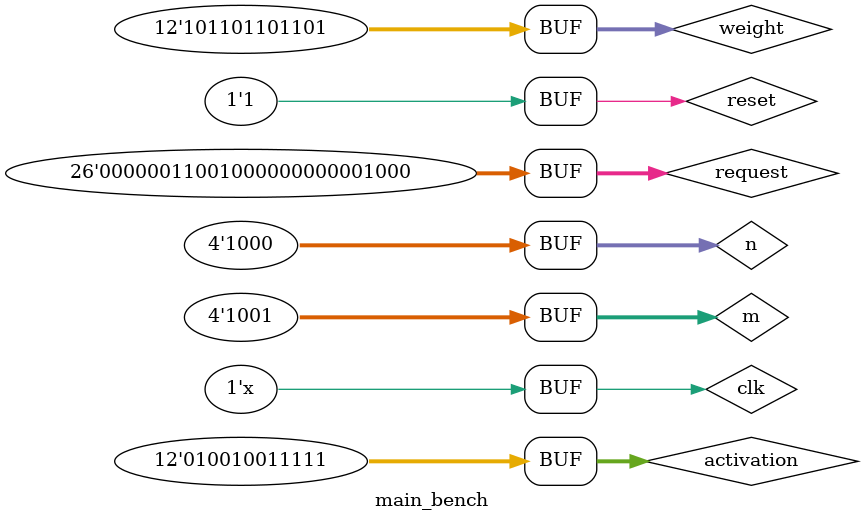
<source format=v>
`timescale 1ns / 1ps


module main_bench();
reg clk,reset;
reg [3:0] n,m;
reg [11:0] activation,weight;
reg [25:0] request;

wire [35:0] filterBit;      
wire [179:0] filterWeight;         
wire [215:0] filterOut;  
wire [35:0] drop;  

wire [2:0] op;
wire [2:0] rank_id;
wire [3:0] bg_id;
wire [14:0] addr;

wire [2:0] rank1_id;
wire [3:0] bg1_id;
wire [3:0] addr1;
wire [2:0] rank2_id;
wire [3:0] bg2_id;
wire [3:0] addr2;

wire bgs;
wire [1:0] act_func;

main main1(clk,reset,n,m,activation,weight,request,filterBit,filterWeight,filterOut,drop,op,rank_id,bg_id,addr,rank1_id,bg1_id,addr1,rank2_id,bg2_id,addr2,bgs,act_func);

initial clk=1;
always #1 clk<=~clk;

initial
begin 
     reset<=1'b0;    weight<=12'b1011_0110_1101;     activation<=12'b0100_1001_1111;    n<=4'b1000;   m<=4'b01001;    request<=26'b00000_001_1001_0000000_00001000; 
     #2  reset<=1'b1;
end

endmodule

</source>
